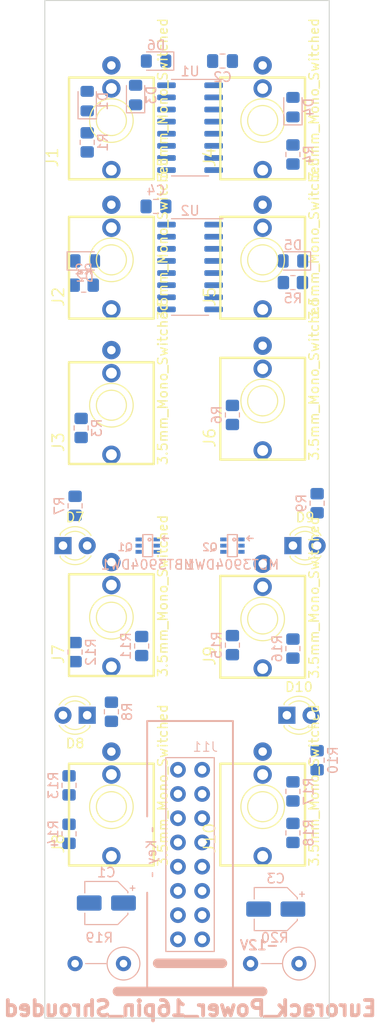
<source format=kicad_pcb>
(kicad_pcb (version 20221018) (generator pcbnew)
  (layers (0 "F.Cu" signal) (31 "B.Cu" signal) (34 "B.Paste" user) (35 "F.Paste" user) (36 "B.SilkS" user "B.Silkscreen") (37 "F.SilkS" user "F.Silkscreen") (38 "B.Mask" user) (39 "F.Mask" user) (44 "Edge.Cuts" user))
  (net 0 "")
  (net 1 "+12V")
  (net 2 "GND")
  (net 3 "+5V")
  (net 4 "Net-(D1-K)")
  (net 5 "Net-(D2-K)")
  (net 6 "Net-(D3-K)")
  (net 7 "Net-(D4-K)")
  (net 8 "Net-(D5-K)")
  (net 9 "Net-(D6-K)")
  (net 10 "Net-(D7-A)")
  (net 11 "Net-(D8-A)")
  (net 12 "Net-(D9-A)")
  (net 13 "Net-(D10-A)")
  (net 14 "Net-(J1-SIG)")
  (net 15 "/INV_OUT_1")
  (net 16 "Net-(J2-SIG)")
  (net 18 "Net-(J3-SIG)")
  (net 19 "Net-(J4-SIG)")
  (net 20 "/INV_OUT_2")
  (net 21 "Net-(J5-SIG)")
  (net 22 "/CLOCK_1")
  (net 23 "Net-(J6-SIG)")
  (net 24 "/RESET_2")
  (net 25 "Net-(J7-SIG)")
  (net 28 "Net-(J9-SIG)")
  (net 33 "Net-(J11-P6)")
  (net 36 "Net-(J11-12V)")
  (net 39 "Net-(Q1B-E2)")
  (net 40 "Net-(Q1A-B1)")
  (net 41 "Net-(Q1B-B2)")
  (net 42 "Net-(Q1A-E1)")
  (net 43 "Net-(Q2B-E2)")
  (net 44 "Net-(Q2A-B1)")
  (net 45 "Net-(Q2B-B2)")
  (net 46 "Net-(Q2A-E1)")
  (net 47 "Net-(U2A-D)")
  (net 48 "Net-(U2A-C)")
  (net 49 "Net-(U2A-R)")
  (net 50 "Net-(U2B-D)")
  (net 51 "Net-(U2B-C)")
  (net 52 "Net-(U2B-R)")
  (footprint "PCM_4ms_Jack:EighthInch_PJ398SM" (layer "F.Cu") (at 88.265 72.898 90)
    (fp_text reference "J5" (at -5.0172 -4.866 90) (layer "F.SilkS") (effects (font (size 1.2065 1.2065) (thickness 0.1524)) (justify left bottom)))
    (fp_text value "3.5mm_Mono_Switched" (at -6.375 5.975 90) (layer "F.SilkS") (effects (justify left bottom)))
    (pad "1" thru_hole circle (at -5.207 0 90) (size 1.9304 1.9304) (drill 1.143) (layers "*.Cu" "*.Mask") (net 21 "Net-(J5-SIG)"))
    (pad "2" thru_hole circle (at 5.7658 0 90) (size 1.9304 1.9304) (drill 0.889) (layers "*.Cu" "*.Mask") (net 2 "GND"))
    (pad "3" thru_hole circle (at 3.3528 0 90) (size 1.9304 1.9304) (drill 1.143) (layers "*.Cu" "*.Mask") (net 22 "/CLOCK_1"))
  )
  (footprint "LED_THT:LED_D3.0mm_FlatTop" (layer "F.Cu") (at 67.31 102.87)
    (fp_text reference "D7" (at 1.27 -2.96) (layer "F.SilkS"))
    (fp_text value "LED")
    (pad "1" thru_hole rect (at 0 0) (size 1.8 1.8) (drill 0.9) (layers "*.Cu" "*.Mask") (net 2 "GND"))
    (pad "2" thru_hole circle (at 2.54 0) (size 1.8 1.8) (drill 0.9) (layers "*.Cu" "*.Mask") (net 10 "Net-(D7-A)"))
  )
  (footprint "PCM_4ms_Jack:EighthInch_PJ398SM" (layer "F.Cu") (at 88.265 110.5408 90)
    (fp_text reference "J9" (at -5.0172 -4.866 90) (layer "F.SilkS") (effects (font (size 1.2065 1.2065) (thickness 0.1524)) (justify left bottom)))
    (fp_text value "3.5mm_Mono_Switched" (at -6.375 5.975 90) (layer "F.SilkS") (effects (justify left bottom)))
    (pad "1" thru_hole circle (at -5.207 0 90) (size 1.9304 1.9304) (drill 1.143) (layers "*.Cu" "*.Mask") (net 28 "Net-(J9-SIG)"))
    (pad "2" thru_hole circle (at 5.7658 0 90) (size 1.9304 1.9304) (drill 0.889) (layers "*.Cu" "*.Mask") (net 2 "GND"))
    (pad "3" thru_hole circle (at 3.3528 0 90) (size 1.9304 1.9304) (drill 1.143) (layers "*.Cu" "*.Mask"))
  )
  (footprint "PCM_4ms_Jack:EighthInch_PJ398SM" (layer "F.Cu") (at 72.39 88.138 90)
    (fp_text reference "J3" (at -5.0172 -4.866 90) (layer "F.SilkS") (effects (font (size 1.2065 1.2065) (thickness 0.1524)) (justify left bottom)))
    (fp_text value "3.5mm_Mono_Switched" (at -6.375 5.975 90) (layer "F.SilkS") (effects (justify left bottom)))
    (pad "1" thru_hole circle (at -5.207 0 90) (size 1.9304 1.9304) (drill 1.143) (layers "*.Cu" "*.Mask") (net 18 "Net-(J3-SIG)"))
    (pad "2" thru_hole circle (at 5.7658 0 90) (size 1.9304 1.9304) (drill 0.889) (layers "*.Cu" "*.Mask") (net 2 "GND"))
    (pad "3" thru_hole circle (at 3.3528 0 90) (size 1.9304 1.9304) (drill 1.143) (layers "*.Cu" "*.Mask") (net 2 "GND"))
  )
  (footprint "LED_THT:LED_D3.0mm_FlatTop" (layer "F.Cu") (at 90.805 120.65)
    (fp_text reference "D10" (at 1.27 -2.96) (layer "F.SilkS"))
    (fp_text value "LED")
    (pad "1" thru_hole rect (at 0 0) (size 1.8 1.8) (drill 0.9) (layers "*.Cu" "*.Mask") (net 2 "GND"))
    (pad "2" thru_hole circle (at 2.54 0) (size 1.8 1.8) (drill 0.9) (layers "*.Cu" "*.Mask") (net 13 "Net-(D10-A)"))
  )
  (footprint "PCM_4ms_Jack:EighthInch_PJ398SM" (layer "F.Cu") (at 72.39 72.898 90)
    (fp_text reference "J2" (at -5.0172 -4.866 90) (layer "F.SilkS") (effects (font (size 1.2065 1.2065) (thickness 0.1524)) (justify left bottom)))
    (fp_text value "3.5mm_Mono_Switched" (at -6.375 5.975 90) (layer "F.SilkS") (effects (justify left bottom)))
    (pad "1" thru_hole circle (at -5.207 0 90) (size 1.9304 1.9304) (drill 1.143) (layers "*.Cu" "*.Mask") (net 16 "Net-(J2-SIG)"))
    (pad "2" thru_hole circle (at 5.7658 0 90) (size 1.9304 1.9304) (drill 0.889) (layers "*.Cu" "*.Mask") (net 2 "GND"))
    (pad "3" thru_hole circle (at 3.3528 0 90) (size 1.9304 1.9304) (drill 1.143) (layers "*.Cu" "*.Mask"))
  )
  (footprint "LED_THT:LED_D3.0mm_FlatTop" (layer "F.Cu") (at 69.85 120.65 180)
    (fp_text reference "D8" (at 1.27 -2.96) (layer "F.SilkS"))
    (fp_text value "LED")
    (pad "1" thru_hole rect (at 0 0 180) (size 1.8 1.8) (drill 0.9) (layers "*.Cu" "*.Mask") (net 2 "GND"))
    (pad "2" thru_hole circle (at 2.54 0 180) (size 1.8 1.8) (drill 0.9) (layers "*.Cu" "*.Mask") (net 11 "Net-(D8-A)"))
  )
  (footprint "PCM_4ms_Jack:EighthInch_PJ398SM" (layer "F.Cu") (at 72.39 130.2258 90)
    (fp_text reference "J8" (at -5.0172 -4.866 90) (layer "F.SilkS") (effects (font (size 1.2065 1.2065) (thickness 0.1524)) (justify left bottom)))
    (fp_text value "3.5mm_Mono_Switched" (at -6.375 5.975 90) (layer "F.SilkS") (effects (justify left bottom)))
    (pad "1" thru_hole circle (at -5.207 0 90) (size 1.9304 1.9304) (drill 1.143) (layers "*.Cu" "*.Mask") (net 15 "/INV_OUT_1"))
    (pad "2" thru_hole circle (at 5.7658 0 90) (size 1.9304 1.9304) (drill 0.889) (layers "*.Cu" "*.Mask") (net 2 "GND"))
    (pad "3" thru_hole circle (at 3.3528 0 90) (size 1.9304 1.9304) (drill 1.143) (layers "*.Cu" "*.Mask"))
  )
  (footprint "PCM_4ms_Jack:EighthInch_PJ398SM" (layer "F.Cu") (at 88.265 130.2258 90)
    (fp_text reference "J10" (at -5.0172 -4.866 90) (layer "F.SilkS") (effects (font (size 1.2065 1.2065) (thickness 0.1524)) (justify left bottom)))
    (fp_text value "3.5mm_Mono_Switched" (at -6.375 5.975 90) (layer "F.SilkS") (effects (justify left bottom)))
    (pad "1" thru_hole circle (at -5.207 0 90) (size 1.9304 1.9304) (drill 1.143) (layers "*.Cu" "*.Mask") (net 20 "/INV_OUT_2"))
    (pad "2" thru_hole circle (at 5.7658 0 90) (size 1.9304 1.9304) (drill 0.889) (layers "*.Cu" "*.Mask") (net 2 "GND"))
    (pad "3" thru_hole circle (at 3.3528 0 90) (size 1.9304 1.9304) (drill 1.143) (layers "*.Cu" "*.Mask"))
  )
  (footprint "PCM_4ms_Jack:EighthInch_PJ398SM" (layer "F.Cu") (at 88.265 87.6808 90)
    (fp_text reference "J6" (at -5.0172 -4.866 90) (layer "F.SilkS") (effects (font (size 1.2065 1.2065) (thickness 0.1524)) (justify left bottom)))
    (fp_text value "3.5mm_Mono_Switched" (at -6.375 5.975 90) (layer "F.SilkS") (effects (justify left bottom)))
    (pad "1" thru_hole circle (at -5.207 0 90) (size 1.9304 1.9304) (drill 1.143) (layers "*.Cu" "*.Mask") (net 23 "Net-(J6-SIG)"))
    (pad "2" thru_hole circle (at 5.7658 0 90) (size 1.9304 1.9304) (drill 0.889) (layers "*.Cu" "*.Mask") (net 2 "GND"))
    (pad "3" thru_hole circle (at 3.3528 0 90) (size 1.9304 1.9304) (drill 1.143) (layers "*.Cu" "*.Mask") (net 24 "/RESET_2"))
  )
  (footprint "PCM_4ms_Jack:EighthInch_PJ398SM" (layer "F.Cu") (at 88.265 58.293 90)
    (fp_text reference "J4" (at -5.0172 -4.866 90) (layer "F.SilkS") (effects (font (size 1.2065 1.2065) (thickness 0.1524)) (justify left bottom)))
    (fp_text value "3.5mm_Mono_Switched" (at -6.375 5.975 90) (layer "F.SilkS") (effects (justify left bottom)))
    (pad "1" thru_hole circle (at -5.207 0 90) (size 1.9304 1.9304) (drill 1.143) (layers "*.Cu" "*.Mask") (net 19 "Net-(J4-SIG)"))
    (pad "2" thru_hole circle (at 5.7658 0 90) (size 1.9304 1.9304) (drill 0.889) (layers "*.Cu" "*.Mask") (net 2 "GND"))
    (pad "3" thru_hole circle (at 3.3528 0 90) (size 1.9304 1.9304) (drill 1.143) (layers "*.Cu" "*.Mask") (net 20 "/INV_OUT_2"))
  )
  (footprint "LED_THT:LED_D3.0mm_FlatTop" (layer "F.Cu") (at 91.44 102.87)
    (fp_text reference "D9" (at 1.27 -2.96) (layer "F.SilkS"))
    (fp_text value "LED")
    (pad "1" thru_hole rect (at 0 0) (size 1.8 1.8) (drill 0.9) (layers "*.Cu" "*.Mask") (net 2 "GND"))
    (pad "2" thru_hole circle (at 2.54 0) (size 1.8 1.8) (drill 0.9) (layers "*.Cu" "*.Mask") (net 12 "Net-(D9-A)"))
  )
  (footprint "PCM_4ms_Jack:EighthInch_PJ398SM" (layer "F.Cu") (at 72.39 58.293 90)
    (fp_text reference "J1" (at -5.0172 -5.501 90) (layer "F.SilkS") (effects (font (size 1.2065 1.2065) (thickness 0.1524)) (justify left bottom)))
    (fp_text value "3.5mm_Mono_Switched" (at -6.375 5.975 90) (layer "F.SilkS") (effects (justify left bottom)))
    (pad "1" thru_hole circle (at -5.207 0 90) (size 1.9304 1.9304) (drill 1.143) (layers "*.Cu" "*.Mask") (net 14 "Net-(J1-SIG)"))
    (pad "2" thru_hole circle (at 5.7658 0 90) (size 1.9304 1.9304) (drill 0.889) (layers "*.Cu" "*.Mask") (net 2 "GND"))
    (pad "3" thru_hole circle (at 3.3528 0 90) (size 1.9304 1.9304) (drill 1.143) (layers "*.Cu" "*.Mask") (net 15 "/INV_OUT_1"))
  )
  (footprint "PCM_4ms_Jack:EighthInch_PJ398SM" (layer "F.Cu") (at 72.39 110.363 90)
    (fp_text reference "J7" (at -5.0172 -4.866 90) (layer "F.SilkS") (effects (font (size 1.2065 1.2065) (thickness 0.1524)) (justify left bottom)))
    (fp_text value "3.5mm_Mono_Switched" (at -6.375 5.975 90) (layer "F.SilkS") (effects (justify left bottom)))
    (pad "1" thru_hole circle (at -5.207 0 90) (size 1.9304 1.9304) (drill 1.143) (layers "*.Cu" "*.Mask") (net 25 "Net-(J7-SIG)"))
    (pad "2" thru_hole circle (at 5.7658 0 90) (size 1.9304 1.9304) (drill 0.889) (layers "*.Cu" "*.Mask") (net 2 "GND"))
    (pad "3" thru_hole circle (at 3.3528 0 90) (size 1.9304 1.9304) (drill 1.143) (layers "*.Cu" "*.Mask"))
  )
  (footprint "Resistor_SMD:R_0805_2012Metric_Pad1.20x1.40mm_HandSolder" (layer "B.Cu") (at 68.58 98.695 -90)
    (fp_text reference "R7" (at 0 1.65 90) (layer "B.SilkS") (effects (justify mirror)))
    (fp_text value "2.2k")
    (pad "1" smd roundrect (at -1 0 270) (size 1.2 1.4) (layers "B.Cu" "B.Paste" "B.Mask") (roundrect_rratio 0.208333) (net 42 "Net-(Q1A-E1)"))
    (pad "2" smd roundrect (at 1 0 270) (size 1.2 1.4) (layers "B.Cu" "B.Paste" "B.Mask") (roundrect_rratio 0.208333) (net 10 "Net-(D7-A)"))
  )
  (footprint "Capacitor_SMD:C_0805_2012Metric_Pad1.18x1.45mm_HandSolder" (layer "B.Cu") (at 77.0675 67.31 180)
    (fp_text reference "C4" (at 0 1.68) (layer "B.SilkS") (effects (justify mirror)))
    (fp_text value "100n")
    (pad "1" smd roundrect (at -1.0375 0 180) (size 1.175 1.45) (layers "B.Cu" "B.Paste" "B.Mask") (roundrect_rratio 0.212766) (net 3 "+5V"))
    (pad "2" smd roundrect (at 1.0375 0 180) (size 1.175 1.45) (layers "B.Cu" "B.Paste" "B.Mask") (roundrect_rratio 0.212766) (net 2 "GND"))
  )
  (footprint "Diode_SMD:D_0805_2012Metric_Pad1.15x1.40mm_HandSolder" (layer "B.Cu") (at 74.93 55.635 90)
    (fp_text reference "D3" (at 0 1.65 90) (layer "B.SilkS") (effects (justify mirror)))
    (fp_text value "D_Schottky")
    (pad "1" smd roundrect (at -1.025 0 90) (size 1.15 1.4) (layers "B.Cu" "B.Paste" "B.Mask") (roundrect_rratio 0.217391) (net 6 "Net-(D3-K)"))
    (pad "2" smd roundrect (at 1.025 0 90) (size 1.15 1.4) (layers "B.Cu" "B.Paste" "B.Mask") (roundrect_rratio 0.217391) (net 2 "GND"))
  )
  (footprint "Resistor_SMD:R_0805_2012Metric_Pad1.20x1.40mm_HandSolder" (layer "B.Cu") (at 85.09 113.3 -90)
    (fp_text reference "R15" (at 0 1.65 90) (layer "B.SilkS") (effects (justify mirror)))
    (fp_text value "2.2k")
    (pad "1" smd roundrect (at -1 0 270) (size 1.2 1.4) (layers "B.Cu" "B.Paste" "B.Mask") (roundrect_rratio 0.208333) (net 46 "Net-(Q2A-E1)"))
    (pad "2" smd roundrect (at 1 0 270) (size 1.2 1.4) (layers "B.Cu" "B.Paste" "B.Mask") (roundrect_rratio 0.208333) (net 28 "Net-(J9-SIG)"))
  )
  (footprint "Resistor_SMD:R_0805_2012Metric_Pad1.20x1.40mm_HandSolder" (layer "B.Cu") (at 93.98 125.365 90)
    (fp_text reference "R10" (at 0 1.65 90) (layer "B.SilkS") (effects (justify mirror)))
    (fp_text value "2.2k")
    (pad "1" smd roundrect (at -1 0 90) (size 1.2 1.4) (layers "B.Cu" "B.Paste" "B.Mask") (roundrect_rratio 0.208333) (net 43 "Net-(Q2B-E2)"))
    (pad "2" smd roundrect (at 1 0 90) (size 1.2 1.4) (layers "B.Cu" "B.Paste" "B.Mask") (roundrect_rratio 0.208333) (net 13 "Net-(D10-A)"))
  )
  (footprint "Resistor_SMD:R_0805_2012Metric_Pad1.20x1.40mm_HandSolder" (layer "B.Cu") (at 67.945 133.08 -90)
    (fp_text reference "R14" (at 0 1.65 90) (layer "B.SilkS") (effects (justify mirror)))
    (fp_text value "2.2k")
    (pad "1" smd roundrect (at -1 0 270) (size 1.2 1.4) (layers "B.Cu" "B.Paste" "B.Mask") (roundrect_rratio 0.208333) (net 15 "/INV_OUT_1"))
    (pad "2" smd roundrect (at 1 0 270) (size 1.2 1.4) (layers "B.Cu" "B.Paste" "B.Mask") (roundrect_rratio 0.208333) (net 2 "GND"))
  )
  (footprint "Resistor_SMD:R_0805_2012Metric_Pad1.20x1.40mm_HandSolder" (layer "B.Cu") (at 67.945 128 -90)
    (fp_text reference "R13" (at 0 1.65 90) (layer "B.SilkS") (effects (justify mirror)))
    (fp_text value "2.2k")
    (pad "1" smd roundrect (at -1 0 270) (size 1.2 1.4) (layers "B.Cu" "B.Paste" "B.Mask") (roundrect_rratio 0.208333) (net 39 "Net-(Q1B-E2)"))
    (pad "2" smd roundrect (at 1 0 270) (size 1.2 1.4) (layers "B.Cu" "B.Paste" "B.Mask") (roundrect_rratio 0.208333) (net 15 "/INV_OUT_1"))
  )
  (footprint "Diode_SMD:D_0805_2012Metric_Pad1.15x1.40mm_HandSolder" (layer "B.Cu") (at 77.08 52.07 180)
    (fp_text reference "D6" (at 0 1.65) (layer "B.SilkS") (effects (justify mirror)))
    (fp_text value "D_Schottky")
    (pad "1" smd roundrect (at -1.025 0 180) (size 1.15 1.4) (layers "B.Cu" "B.Paste" "B.Mask") (roundrect_rratio 0.217391) (net 9 "Net-(D6-K)"))
    (pad "2" smd roundrect (at 1.025 0 180) (size 1.15 1.4) (layers "B.Cu" "B.Paste" "B.Mask") (roundrect_rratio 0.217391) (net 2 "GND"))
  )
  (footprint "Resistor_SMD:R_0805_2012Metric_Pad1.20x1.40mm_HandSolder" (layer "B.Cu") (at 91.44 61.865 90)
    (fp_text reference "R4" (at 0 1.65 90) (layer "B.SilkS") (effects (justify mirror)))
    (fp_text value "100k")
    (pad "1" smd roundrect (at -1 0 90) (size 1.2 1.4) (layers "B.Cu" "B.Paste" "B.Mask") (roundrect_rratio 0.208333) (net 19 "Net-(J4-SIG)"))
    (pad "2" smd roundrect (at 1 0 90) (size 1.2 1.4) (layers "B.Cu" "B.Paste" "B.Mask") (roundrect_rratio 0.208333) (net 7 "Net-(D4-K)"))
  )
  (footprint "Capacitor_SMD:C_0805_2012Metric_Pad1.18x1.45mm_HandSolder" (layer "B.Cu") (at 84.0525 52.07)
    (fp_text reference "C2" (at 0 1.68) (layer "B.SilkS") (effects (justify mirror)))
    (fp_text value "100n")
    (pad "1" smd roundrect (at -1.0375 0) (size 1.175 1.45) (layers "B.Cu" "B.Paste" "B.Mask") (roundrect_rratio 0.212766) (net 3 "+5V"))
    (pad "2" smd roundrect (at 1.0375 0) (size 1.175 1.45) (layers "B.Cu" "B.Paste" "B.Mask") (roundrect_rratio 0.212766) (net 2 "GND"))
  )
  (footprint "PCM_4ms_Package_SOT:SOT-363_SC-70-6" (layer "B.Cu") (at 85.09 102.87 180)
    (fp_text reference "Q2" (at 2.356 -0.164) (layer "B.SilkS") (effects (font (size 0.8 0.8)) (justify mirror)))
    (fp_text value "MBT3904DW1" (at 0 -2) (layer "B.SilkS") (effects (justify mirror)))
    (pad "1" smd rect (at -0.95 0.65 180) (size 0.65 0.4) (layers "B.Cu" "B.Paste" "B.Mask") (net 46 "Net-(Q2A-E1)"))
    (pad "2" smd rect (at -0.95 0 180) (size 0.65 0.4) (layers "B.Cu" "B.Paste" "B.Mask") (net 44 "Net-(Q2A-B1)"))
    (pad "3" smd rect (at -0.95 -0.65 180) (size 0.65 0.4) (layers "B.Cu" "B.Paste" "B.Mask") (net 1 "+12V"))
    (pad "4" smd rect (at 0.95 -0.65 180) (size 0.65 0.4) (layers "B.Cu" "B.Paste" "B.Mask") (net 43 "Net-(Q2B-E2)"))
    (pad "5" smd rect (at 0.95 0 180) (size 0.65 0.4) (layers "B.Cu" "B.Paste" "B.Mask") (net 45 "Net-(Q2B-B2)"))
    (pad "6" smd rect (at 0.95 0.65 180) (size 0.65 0.4) (layers "B.Cu" "B.Paste" "B.Mask") (net 1 "+12V"))
  )
  (footprint "Capacitor_SMD:CP_Elec_4x5.3" (layer "B.Cu") (at 71.86 140.335 180)
    (fp_text reference "C1" (at 0 3.2) (layer "B.SilkS") (effects (justify mirror)))
    (fp_text value "10uF_4x5.3_10V")
    (pad "1" smd roundrect (at -1.8 0 180) (size 2.6 1.6) (layers "B.Cu" "B.Paste" "B.Mask") (roundrect_rratio 0.15625) (net 1 "+12V"))
    (pad "2" smd roundrect (at 1.8 0 180) (size 2.6 1.6) (layers "B.Cu" "B.Paste" "B.Mask") (roundrect_rratio 0.15625) (net 2 "GND"))
  )
  (footprint "Resistor_SMD:R_0805_2012Metric_Pad1.20x1.40mm_HandSolder" (layer "B.Cu") (at 91.44 128.635 90)
    (fp_text reference "R17" (at 0 1.65 90) (layer "B.SilkS") (effects (justify mirror)))
    (fp_text value "2.2k")
    (pad "1" smd roundrect (at -1 0 90) (size 1.2 1.4) (layers "B.Cu" "B.Paste" "B.Mask") (roundrect_rratio 0.208333) (net 43 "Net-(Q2B-E2)"))
    (pad "2" smd roundrect (at 1 0 90) (size 1.2 1.4) (layers "B.Cu" "B.Paste" "B.Mask") (roundrect_rratio 0.208333) (net 20 "/INV_OUT_2"))
  )
  (footprint "Package_SO:SOIC-16_3.9x9.9mm_P1.27mm" (layer "B.Cu") (at 80.645 73.66 180)
    (fp_text reference "U2" (at 0 5.9) (layer "B.SilkS") (effects (justify mirror)))
    (fp_text value "4013")
    (pad "1" smd roundrect (at -2.475 4.445 180) (size 1.95 0.6) (layers "B.Cu" "B.Paste" "B.Mask") (net 44 "Net-(Q2A-B1)"))
    (pad "2" smd roundrect (at -2.475 3.175 180) (size 1.95 0.6) (layers "B.Cu" "B.Paste" "B.Mask") (net 45 "Net-(Q2B-B2)"))
    (pad "3" smd roundrect (at -2.475 1.905 180) (size 1.95 0.6) (layers "B.Cu" "B.Paste" "B.Mask") (net 48 "Net-(U2A-C)"))
    (pad "4" smd roundrect (at -2.475 0.635 180) (size 1.95 0.6) (layers "B.Cu" "B.Paste" "B.Mask") (net 49 "Net-(U2A-R)"))
    (pad "5" smd roundrect (at -2.475 -0.635 180) (size 1.95 0.6) (layers "B.Cu" "B.Paste" "B.Mask") (net 47 "Net-(U2A-D)"))
    (pad "6" smd roundrect (at -2.475 -1.905 180) (size 1.95 0.6) (layers "B.Cu" "B.Paste" "B.Mask"))
    (pad "7" smd roundrect (at -2.475 -3.175 180) (size 1.95 0.6) (layers "B.Cu" "B.Paste" "B.Mask") (net 2 "GND"))
    (pad "8" smd roundrect (at -2.475 -4.445 180) (size 1.95 0.6) (layers "B.Cu" "B.Paste" "B.Mask"))
    (pad "9" smd roundrect (at 2.475 -4.445 180) (size 1.95 0.6) (layers "B.Cu" "B.Paste" "B.Mask") (net 50 "Net-(U2B-D)"))
    (pad "10" smd roundrect (at 2.475 -3.175 180) (size 1.95 0.6) (layers "B.Cu" "B.Paste" "B.Mask") (net 52 "Net-(U2B-R)"))
    (pad "11" smd roundrect (at 2.475 -1.905 180) (size 1.95 0.6) (layers "B.Cu" "B.Paste" "B.Mask") (net 51 "Net-(U2B-C)"))
    (pad "12" smd roundrect (at 2.475 -0.635 180) (size 1.95 0.6) (layers "B.Cu" "B.Paste" "B.Mask") (net 41 "Net-(Q1B-B2)"))
    (pad "13" smd roundrect (at 2.475 0.635 180) (size 1.95 0.6) (layers "B.Cu" "B.Paste" "B.Mask") (net 40 "Net-(Q1A-B1)"))
    (pad "14" smd roundrect (at 2.475 1.905 180) (size 1.95 0.6) (layers "B.Cu" "B.Paste" "B.Mask") (net 3 "+5V"))
    (pad "15" smd roundrect (at 2.475 3.175 180) (size 1.95 0.6) (layers "B.Cu" "B.Paste" "B.Mask"))
    (pad "16" smd roundrect (at 2.475 4.445 180) (size 1.95 0.6) (layers "B.Cu" "B.Paste" "B.Mask"))
  )
  (footprint "Resistor_SMD:R_0805_2012Metric_Pad1.20x1.40mm_HandSolder" (layer "B.Cu") (at 69.485 75.565 180)
    (fp_text reference "R2" (at 0 1.65) (layer "B.SilkS") (effects (justify mirror)))
    (fp_text value "100k")
    (pad "1" smd roundrect (at -1 0 180) (size 1.2 1.4) (layers "B.Cu" "B.Paste" "B.Mask") (roundrect_rratio 0.208333) (net 16 "Net-(J2-SIG)"))
    (pad "2" smd roundrect (at 1 0 180) (size 1.2 1.4) (layers "B.Cu" "B.Paste" "B.Mask") (roundrect_rratio 0.208333) (net 5 "Net-(D2-K)"))
  )
  (footprint "PCM_4ms_Connector:Pins_2x08_2.54mm_TH_EuroPower_Shrouded" (layer "B.Cu") (at 80.645 135.255 180)
    (fp_text reference "J11" (at -3 10.7) (layer "B.SilkS") (effects (font (thickness 0.1016)) (justify left bottom mirror)))
    (fp_text value "Eurorack_Power_16pin_Shrouded" (at 0 -16.129) (layer "B.SilkS") (effects (font (size 1.6 1.6) (thickness 0.4)) (justify mirror)))
    (fp_text user "– Key –" (at 4.064 0.254 90) (layer "B.SilkS") (effects (justify mirror)))
    (fp_text user "-12V" (at -7.25 -9.5) (layer "B.SilkS") (effects (font (thickness 0.2)) (justify mirror)))
    (pad "1" thru_hole circle (at -1.27 8.89 180) (size 1.651 1.651) (drill 0.9) (layers "*.Cu" "*.Mask"))
    (pad "2" thru_hole circle (at 1.27 8.89 180) (size 1.651 1.651) (drill 0.9) (layers "*.Cu" "*.Mask"))
    (pad "3" thru_hole circle (at -1.27 6.35 180) (size 1.651 1.651) (drill 0.9) (layers "*.Cu" "*.Mask"))
    (pad "4" thru_hole circle (at 1.27 6.35 180) (size 1.651 1.651) (drill 0.9) (layers "*.Cu" "*.Mask"))
    (pad "5" thru_hole circle (at -1.27 3.81 180) (size 1.651 1.651) (drill 0.9) (layers "*.Cu" "*.Mask") (net 33 "Net-(J11-P6)"))
    (pad "6" thru_hole circle (at 1.27 3.81 180) (size 1.651 1.651) (drill 0.9) (layers "*.Cu" "*.Mask") (net 33 "Net-(J11-P6)"))
    (pad "7" thru_hole circle (at -1.27 1.27 180) (size 1.651 1.651) (drill 0.9) (layers "*.Cu" "*.Mask") (net 36 "Net-(J11-12V)"))
    (pad "8" thru_hole circle (at 1.27 1.27 180) (size 1.651 1.651) (drill 0.9) (layers "*.Cu" "*.Mask") (net 36 "Net-(J11-12V)"))
    (pad "9" thru_hole circle (at -1.27 -1.27 180) (size 1.651 1.651) (drill 0.9) (layers "*.Cu" "*.Mask") (net 2 "GND"))
    (pad "10" thru_hole circle (at 1.27 -1.27 180) (size 1.651 1.651) (drill 0.9) (layers "*.Cu" "*.Mask") (net 2 "GND"))
    (pad "11" thru_hole circle (at -1.27 -3.81 180) (size 1.651 1.651) (drill 0.9) (layers "*.Cu" "*.Mask") (net 2 "GND"))
    (pad "12" thru_hole circle (at 1.27 -3.81 180) (size 1.651 1.651) (drill 0.9) (layers "*.Cu" "*.Mask") (net 2 "GND"))
    (pad "13" thru_hole circle (at -1.27 -6.35 180) (size 1.651 1.651) (drill 0.9) (layers "*.Cu" "*.Mask") (net 2 "GND"))
    (pad "14" thru_hole circle (at 1.27 -6.35 180) (size 1.651 1.651) (drill 0.9) (layers "*.Cu" "*.Mask") (net 2 "GND"))
    (pad "15" thru_hole circle (at -1.27 -8.89 180) (size 1.651 1.651) (drill 0.9) (layers "*.Cu" "*.Mask"))
    (pad "16" thru_hole circle (at 1.27 -8.89 180) (size 1.651 1.651) (drill 0.9) (layers "*.Cu" "*.Mask"))
  )
  (footprint "Resistor_SMD:R_0805_2012Metric_Pad1.20x1.40mm_HandSolder" (layer "B.Cu") (at 85.09 89.17 -90)
    (fp_text reference "R6" (at 0 1.65 90) (layer "B.SilkS") (effects (justify mirror)))
    (fp_text value "100k")
    (pad "1" smd roundrect (at -1 0 270) (size 1.2 1.4) (layers "B.Cu" "B.Paste" "B.Mask") (roundrect_rratio 0.208333) (net 23 "Net-(J6-SIG)"))
    (pad "2" smd roundrect (at 1 0 270) (size 1.2 1.4) (layers "B.Cu" "B.Paste" "B.Mask") (roundrect_rratio 0.208333) (net 9 "Net-(D6-K)"))
  )
  (footprint "Package_SO:SOIC-16_3.9x9.9mm_P1.27mm" (layer "B.Cu") (at 80.645 59.055 180)
    (fp_text reference "U1" (at 0 5.9) (layer "B.SilkS") (effects (justify mirror)))
    (fp_text value "4050")
    (pad "1" smd roundrect (at -2.475 4.445 180) (size 1.95 0.6) (layers "B.Cu" "B.Paste" "B.Mask") (net 3 "+5V"))
    (pad "2" smd roundrect (at -2.475 3.175 180) (size 1.95 0.6) (layers "B.Cu" "B.Paste" "B.Mask") (net 47 "Net-(U2A-D)"))
    (pad "3" smd roundrect (at -2.475 1.905 180) (size 1.95 0.6) (layers "B.Cu" "B.Paste" "B.Mask") (net 7 "Net-(D4-K)"))
    (pad "4" smd roundrect (at -2.475 0.635 180) (size 1.95 0.6) (layers "B.Cu" "B.Paste" "B.Mask") (net 48 "Net-(U2A-C)"))
    (pad "5" smd roundrect (at -2.475 -0.635 180) (size 1.95 0.6) (layers "B.Cu" "B.Paste" "B.Mask") (net 8 "Net-(D5-K)"))
    (pad "6" smd roundrect (at -2.475 -1.905 180) (size 1.95 0.6) (layers "B.Cu" "B.Paste" "B.Mask") (net 49 "Net-(U2A-R)"))
    (pad "7" smd roundrect (at -2.475 -3.175 180) (size 1.95 0.6) (layers "B.Cu" "B.Paste" "B.Mask") (net 9 "Net-(D6-K)"))
    (pad "8" smd roundrect (at -2.475 -4.445 180) (size 1.95 0.6) (layers "B.Cu" "B.Paste" "B.Mask") (net 2 "GND"))
    (pad "9" smd roundrect (at 2.475 -4.445 180) (size 1.95 0.6) (layers "B.Cu" "B.Paste" "B.Mask") (net 4 "Net-(D1-K)"))
    (pad "10" smd roundrect (at 2.475 -3.175 180) (size 1.95 0.6) (layers "B.Cu" "B.Paste" "B.Mask") (net 50 "Net-(U2B-D)"))
    (pad "11" smd roundrect (at 2.475 -1.905 180) (size 1.95 0.6) (layers "B.Cu" "B.Paste" "B.Mask") (net 5 "Net-(D2-K)"))
    (pad "12" smd roundrect (at 2.475 -0.635 180) (size 1.95 0.6) (layers "B.Cu" "B.Paste" "B.Mask") (net 51 "Net-(U2B-C)"))
    (pad "13" smd roundrect (at 2.475 0.635 180) (size 1.95 0.6) (layers "B.Cu" "B.Paste" "B.Mask"))
    (pad "14" smd roundrect (at 2.475 1.905 180) (size 1.95 0.6) (layers "B.Cu" "B.Paste" "B.Mask") (net 6 "Net-(D3-K)"))
    (pad "15" smd roundrect (at 2.475 3.175 180) (size 1.95 0.6) (layers "B.Cu" "B.Paste" "B.Mask") (net 52 "Net-(U2B-R)"))
    (pad "16" smd roundrect (at 2.475 4.445 180) (size 1.95 0.6) (layers "B.Cu" "B.Paste" "B.Mask"))
  )
  (footprint "Resistor_THT:R_Axial_DIN0309_L9.0mm_D3.2mm_P5.08mm_Vertical" (layer "B.Cu") (at 73.66 146.685 180)
    (fp_text reference "R19" (at 2.54 2.72) (layer "B.SilkS") (effects (justify mirror)))
    (fp_text value "10R")
    (pad "1" thru_hole circle (at 0 0 180) (size 1.6 1.6) (drill 0.8) (layers "*.Cu" "*.Mask") (net 1 "+12V"))
    (pad "2" thru_hole oval (at 5.08 0 180) (size 1.6 1.6) (drill 0.8) (layers "*.Cu" "*.Mask") (net 36 "Net-(J11-12V)"))
  )
  (footprint "Resistor_SMD:R_0805_2012Metric_Pad1.20x1.40mm_HandSolder" (layer "B.Cu") (at 91.44 113.665 -90)
    (fp_text reference "R16" (at 0 1.65 90) (layer "B.SilkS") (effects (justify mirror)))
    (fp_text value "2.2k")
    (pad "1" smd roundrect (at -1 0 270) (size 1.2 1.4) (layers "B.Cu" "B.Paste" "B.Mask") (roundrect_rratio 0.208333) (net 28 "Net-(J9-SIG)"))
    (pad "2" smd roundrect (at 1 0 270) (size 1.2 1.4) (layers "B.Cu" "B.Paste" "B.Mask") (roundrect_rratio 0.208333) (net 2 "GND"))
  )
  (footprint "Resistor_SMD:R_0805_2012Metric_Pad1.20x1.40mm_HandSolder" (layer "B.Cu") (at 75.565 113.395 -90)
    (fp_text reference "R11" (at 0 1.65 90) (layer "B.SilkS") (effects (justify mirror)))
    (fp_text value "2.2k")
    (pad "1" smd roundrect (at -1 0 270) (size 1.2 1.4) (layers "B.Cu" "B.Paste" "B.Mask") (roundrect_rratio 0.208333) (net 42 "Net-(Q1A-E1)"))
    (pad "2" smd roundrect (at 1 0 270) (size 1.2 1.4) (layers "B.Cu" "B.Paste" "B.Mask") (roundrect_rratio 0.208333) (net 25 "Net-(J7-SIG)"))
  )
  (footprint "PCM_4ms_Package_SOT:SOT-363_SC-70-6" (layer "B.Cu") (at 76.2 102.87 180)
    (fp_text reference "Q1" (at 2.356 -0.164) (layer "B.SilkS") (effects (font (size 0.8 0.8)) (justify mirror)))
    (fp_text value "MBT3904DW1" (at 0 -2) (layer "B.SilkS") (effects (justify mirror)))
    (pad "1" smd rect (at -0.95 0.65 180) (size 0.65 0.4) (layers "B.Cu" "B.Paste" "B.Mask") (net 42 "Net-(Q1A-E1)"))
    (pad "2" smd rect (at -0.95 0 180) (size 0.65 0.4) (layers "B.Cu" "B.Paste" "B.Mask") (net 40 "Net-(Q1A-B1)"))
    (pad "3" smd rect (at -0.95 -0.65 180) (size 0.65 0.4) (layers "B.Cu" "B.Paste" "B.Mask") (net 1 "+12V"))
    (pad "4" smd rect (at 0.95 -0.65 180) (size 0.65 0.4) (layers "B.Cu" "B.Paste" "B.Mask") (net 39 "Net-(Q1B-E2)"))
    (pad "5" smd rect (at 0.95 0 180) (size 0.65 0.4) (layers "B.Cu" "B.Paste" "B.Mask") (net 41 "Net-(Q1B-B2)"))
    (pad "6" smd rect (at 0.95 0.65 180) (size 0.65 0.4) (layers "B.Cu" "B.Paste" "B.Mask") (net 1 "+12V"))
  )
  (footprint "Resistor_SMD:R_0805_2012Metric_Pad1.20x1.40mm_HandSolder" (layer "B.Cu") (at 68.58 114.03 90)
    (fp_text reference "R12" (at 0 1.65 90) (layer "B.SilkS") (effects (justify mirror)))
    (fp_text value "2.2k")
    (pad "1" smd roundrect (at -1 0 90) (size 1.2 1.4) (layers "B.Cu" "B.Paste" "B.Mask") (roundrect_rratio 0.208333) (net 25 "Net-(J7-SIG)"))
    (pad "2" smd roundrect (at 1 0 90) (size 1.2 1.4) (layers "B.Cu" "B.Paste" "B.Mask") (roundrect_rratio 0.208333) (net 2 "GND"))
  )
  (footprint "Diode_SMD:D_0805_2012Metric_Pad1.15x1.40mm_HandSolder" (layer "B.Cu") (at 91.44 73.025 180)
    (fp_text reference "D5" (at 0 1.65) (layer "B.SilkS") (effects (justify mirror)))
    (fp_text value "D_Schottky")
    (pad "1" smd roundrect (at -1.025 0 180) (size 1.15 1.4) (layers "B.Cu" "B.Paste" "B.Mask") (roundrect_rratio 0.217391) (net 8 "Net-(D5-K)"))
    (pad "2" smd roundrect (at 1.025 0 180) (size 1.15 1.4) (layers "B.Cu" "B.Paste" "B.Mask") (roundrect_rratio 0.217391) (net 2 "GND"))
  )
  (footprint "Capacitor_SMD:CP_Elec_4x5.3" (layer "B.Cu") (at 89.64 140.97 180)
    (fp_text reference "C3" (at 0 3.2) (layer "B.SilkS") (effects (justify mirror)))
    (fp_text value "10uF_4x5.3_10V")
    (pad "1" smd roundrect (at -1.8 0 180) (size 2.6 1.6) (layers "B.Cu" "B.Paste" "B.Mask") (roundrect_rratio 0.15625) (net 3 "+5V"))
    (pad "2" smd roundrect (at 1.8 0 180) (size 2.6 1.6) (layers "B.Cu" "B.Paste" "B.Mask") (roundrect_rratio 0.15625) (net 2 "GND"))
  )
  (footprint "Resistor_SMD:R_0805_2012Metric_Pad1.20x1.40mm_HandSolder" (layer "B.Cu") (at 91.44 132.985 90)
    (fp_text reference "R18" (at 0 1.65 90) (layer "B.SilkS") (effects (justify mirror)))
    (fp_text value "2.2k")
    (pad "1" smd roundrect (at -1 0 90) (size 1.2 1.4) (layers "B.Cu" "B.Paste" "B.Mask") (roundrect_rratio 0.208333) (net 20 "/INV_OUT_2"))
    (pad "2" smd roundrect (at 1 0 90) (size 1.2 1.4) (layers "B.Cu" "B.Paste" "B.Mask") (roundrect_rratio 0.208333) (net 2 "GND"))
  )
  (footprint "Resistor_THT:R_Axial_DIN0309_L9.0mm_D3.2mm_P5.08mm_Vertical" (layer "B.Cu") (at 92.075 146.685 180)
    (fp_text reference "R20" (at 2.54 2.72) (layer "B.SilkS") (effects (justify mirror)))
    (fp_text value "10R")
    (pad "1" thru_hole circle (at 0 0 180) (size 1.6 1.6) (drill 0.8) (layers "*.Cu" "*.Mask") (net 33 "Net-(J11-P6)"))
    (pad "2" thru_hole oval (at 5.08 0 180) (size 1.6 1.6) (drill 0.8) (layers "*.Cu" "*.Mask") (net 3 "+5V"))
  )
  (footprint "Resistor_SMD:R_0805_2012Metric_Pad1.20x1.40mm_HandSolder" (layer "B.Cu") (at 72.39 120.285 90)
    (fp_text reference "R8" (at 0 1.65 90) (layer "B.SilkS") (effects (justify mirror)))
    (fp_text value "2.2k")
    (pad "1" smd roundrect (at -1 0 90) (size 1.2 1.4) (layers "B.Cu" "B.Paste" "B.Mask") (roundrect_rratio 0.208333) (net 39 "Net-(Q1B-E2)"))
    (pad "2" smd roundrect (at 1 0 90) (size 1.2 1.4) (layers "B.Cu" "B.Paste" "B.Mask") (roundrect_rratio 0.208333) (net 11 "Net-(D8-A)"))
  )
  (footprint "Resistor_SMD:R_0805_2012Metric_Pad1.20x1.40mm_HandSolder" (layer "B.Cu") (at 91.44 75.295)
    (fp_text reference "R5" (at 0 1.65) (layer "B.SilkS") (effects (justify mirror)))
    (fp_text value "100k")
    (pad "1" smd roundrect (at -1 0) (size 1.2 1.4) (layers "B.Cu" "B.Paste" "B.Mask") (roundrect_rratio 0.208333) (net 21 "Net-(J5-SIG)"))
    (pad "2" smd roundrect (at 1 0) (size 1.2 1.4) (layers "B.Cu" "B.Paste" "B.Mask") (roundrect_rratio 0.208333) (net 8 "Net-(D5-K)"))
  )
  (footprint "Resistor_SMD:R_0805_2012Metric_Pad1.20x1.40mm_HandSolder" (layer "B.Cu") (at 93.98 98.425 -90)
    (fp_text reference "R9" (at 0 1.65 90) (layer "B.SilkS") (effects (justify mirror)))
    (fp_text value "2.2k")
    (pad "1" smd roundrect (at -1 0 270) (size 1.2 1.4) (layers "B.Cu" "B.Paste" "B.Mask") (roundrect_rratio 0.208333) (net 46 "Net-(Q2A-E1)"))
    (pad "2" smd roundrect (at 1 0 270) (size 1.2 1.4) (layers "B.Cu" "B.Paste" "B.Mask") (roundrect_rratio 0.208333) (net 12 "Net-(D9-A)"))
  )
  (footprint "Diode_SMD:D_0805_2012Metric_Pad1.15x1.40mm_HandSolder" (layer "B.Cu") (at 91.44 56.905 90)
    (fp_text reference "D4" (at 0 1.65 90) (layer "B.SilkS") (effects (justify mirror)))
    (fp_text value "D_Schottky")
    (pad "1" smd roundrect (at -1.025 0 90) (size 1.15 1.4) (layers "B.Cu" "B.Paste" "B.Mask") (roundrect_rratio 0.217391) (net 7 "Net-(D4-K)"))
    (pad "2" smd roundrect (at 1.025 0 90) (size 1.15 1.4) (layers "B.Cu" "B.Paste" "B.Mask") (roundrect_rratio 0.217391) (net 2 "GND"))
  )
  (footprint "Resistor_SMD:R_0805_2012Metric_Pad1.20x1.40mm_HandSolder" (layer "B.Cu") (at 69.215 90.535 90)
    (fp_text reference "R3" (at 0 1.65 90) (layer "B.SilkS") (effects (justify mirror)))
    (fp_text value "100k")
    (pad "1" smd roundrect (at -1 0 90) (size 1.2 1.4) (layers "B.Cu" "B.Paste" "B.Mask") (roundrect_rratio 0.208333) (net 18 "Net-(J3-SIG)"))
    (pad "2" smd roundrect (at 1 0 90) (size 1.2 1.4) (layers "B.Cu" "B.Paste" "B.Mask") (roundrect_rratio 0.208333) (net 6 "Net-(D3-K)"))
  )
  (footprint "Diode_SMD:D_0805_2012Metric_Pad1.15x1.40mm_HandSolder" (layer "B.Cu") (at 69.605 73.025)
    (fp_text reference "D2" (at 0 1.65) (layer "B.SilkS") (effects (justify mirror)))
    (fp_text value "D_Schottky")
    (pad "1" smd roundrect (at -1.025 0) (size 1.15 1.4) (layers "B.Cu" "B.Paste" "B.Mask") (roundrect_rratio 0.217391) (net 5 "Net-(D2-K)"))
    (pad "2" smd roundrect (at 1.025 0) (size 1.15 1.4) (layers "B.Cu" "B.Paste" "B.Mask") (roundrect_rratio 0.217391) (net 2 "GND"))
  )
  (footprint "Diode_SMD:D_0805_2012Metric_Pad1.15x1.40mm_HandSolder" (layer "B.Cu") (at 69.85 56.27 90)
    (fp_text reference "D1" (at 0 1.65 90) (layer "B.SilkS") (effects (justify mirror)))
    (fp_text value "D_Schottky")
    (pad "1" smd roundrect (at -1.025 0 90) (size 1.15 1.4) (layers "B.Cu" "B.Paste" "B.Mask") (roundrect_rratio 0.217391) (net 4 "Net-(D1-K)"))
    (pad "2" smd roundrect (at 1.025 0 90) (size 1.15 1.4) (layers "B.Cu" "B.Paste" "B.Mask") (roundrect_rratio 0.217391) (net 2 "GND"))
  )
  (footprint "Resistor_SMD:R_0805_2012Metric_Pad1.20x1.40mm_HandSolder" (layer "B.Cu") (at 69.85 60.595 90)
    (fp_text reference "R1" (at 0 1.65 90) (layer "B.SilkS") (effects (justify mirror)))
    (fp_text value "100k")
    (pad "1" smd roundrect (at -1 0 90) (size 1.2 1.4) (layers "B.Cu" "B.Paste" "B.Mask") (roundrect_rratio 0.208333) (net 14 "Net-(J1-SIG)"))
    (pad "2" smd roundrect (at 1 0 90) (size 1.2 1.4) (layers "B.Cu" "B.Paste" "B.Mask") (roundrect_rratio 0.208333) (net 4 "Net-(D1-K)"))
  )
  (gr_rect (start 65.405 45.72) (end 95.25 152.4) (stroke (width 0.1)) (fill none) (layer "Edge.Cuts"))
)
</source>
